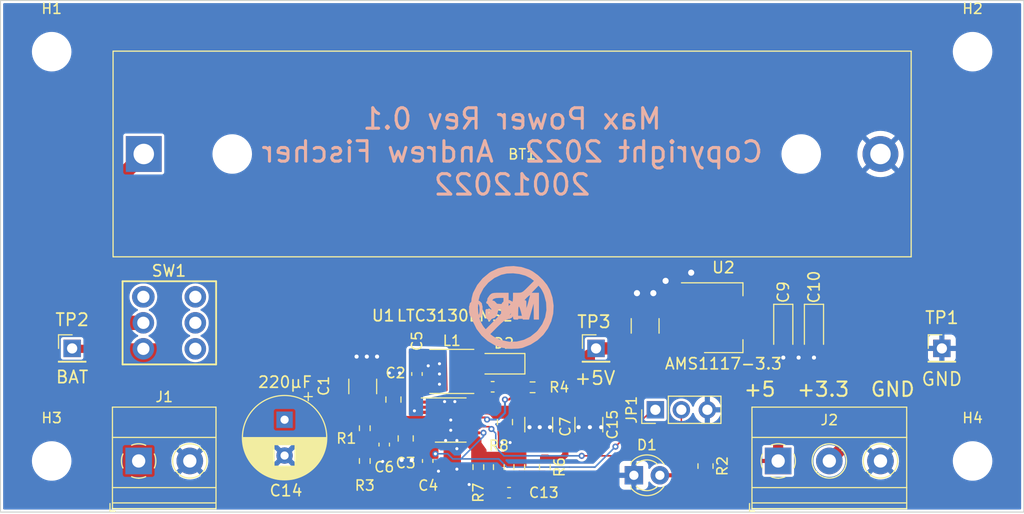
<source format=kicad_pcb>
(kicad_pcb (version 20211014) (generator pcbnew)
  (layers (0 "F.Cu" signal "Top") (31 "B.Cu" signal "Bottom") (34 "B.Paste" user) (35 "F.Paste" user) (36 "B.SilkS" user "B.Silkscreen") (37 "F.SilkS" user "F.Silkscreen") (38 "B.Mask" user) (39 "F.Mask" user) (44 "Edge.Cuts" user))
  (net 0 "")
  (net 1 "GND")
  (net 2 "Net-(BT1-Pad1)")
  (net 3 "+BATT")
  (net 4 "+5V")
  (net 5 "Net-(C5-Pad1)")
  (net 6 "+3V3")
  (net 7 "Vcc")
  (net 8 "Net-(C5-Pad2)")
  (net 9 "RUN")
  (net 10 "Net-(R4-Pad2)")
  (net 15 "Net-(D1-Pad2)")
  (net 16 "Net-(C11-Pad1)")
  (net 17 "Net-(C11-Pad2)")
  (net 18 "Net-(C13-Pad1)")
  (net 19 "Net-(C13-Pad2)")
  (net 20 "Mode")
  (net 21 "FB")
  (footprint "Package_TO_SOT_SMD:SOT-223-3_TabPin2" (layer "F.Cu") (at 170.65 131)
    (fp_text reference "U2" (at 0 -4.9) (layer "F.SilkS") (effects (font (size 1.1 1.1) (thickness 0.16))))
    (fp_text value "AMS1117-3.3" (at 0 4.5) (layer "F.SilkS") (effects (font (size 1.1 1.1) (thickness 0.16))))
    (pad "1" smd rect locked (at -3.15 -2.3) (size 2 1.5) (layers "F.Cu" "F.Paste" "F.Mask") (net 1 "GND"))
    (pad "2" smd rect locked (at -3.15 0) (size 2 1.5) (layers "F.Cu" "F.Paste" "F.Mask") (net 6 "+3V3"))
    (pad "2" smd rect locked (at 3.15 0) (size 2 3.8) (layers "F.Cu" "F.Paste" "F.Mask") (net 6 "+3V3"))
    (pad "3" smd rect locked (at -3.15 2.3) (size 2 1.5) (layers "F.Cu" "F.Paste" "F.Mask") (net 4 "+5V"))
  )
  (footprint "TerminalBlock_Phoenix:TerminalBlock_Phoenix_MKDS-1,5-2_1x02_P5.00mm_Horizontal" (layer "F.Cu") (at 113.5 145)
    (fp_text reference "J1" (at 2.5 -6.26) (layer "F.SilkS"))
    (fp_text value "Battery")
    (pad "1" thru_hole rect locked (at 0 0) (size 2.6 2.6) (drill 1.3) (layers *.Cu *.Mask) (net 3 "+BATT"))
    (pad "2" thru_hole circle locked (at 5 0) (size 2.6 2.6) (drill 1.3) (layers *.Cu *.Mask) (net 1 "GND"))
  )
  (footprint "Capacitor_SMD:C_0603_1608Metric" (layer "F.Cu") (at 149.7 148.1 180)
    (fp_text reference "C13" (at -3.4 0 180) (layer "F.SilkS"))
    (fp_text value "22pF")
    (pad "1" smd roundrect locked (at -0.775 0 180) (size 0.9 0.95) (layers "F.Cu" "F.Paste" "F.Mask") (net 18 "Net-(C13-Pad1)"))
    (pad "2" smd roundrect locked (at 0.775 0 180) (size 0.9 0.95) (layers "F.Cu" "F.Paste" "F.Mask") (net 19 "Net-(C13-Pad2)"))
  )
  (footprint "Capacitor_SMD:C_0805_2012Metric" (layer "F.Cu") (at 139.6 142.8 -90)
    (fp_text reference "C3" (at 2.4 0 180) (layer "F.SilkS"))
    (fp_text value "1µF")
    (pad "1" smd roundrect locked (at -0.95 0 270) (size 1 1.45) (layers "F.Cu" "F.Paste" "F.Mask") (net 3 "+BATT"))
    (pad "2" smd roundrect locked (at 0.95 0 270) (size 1 1.45) (layers "F.Cu" "F.Paste" "F.Mask") (net 1 "GND"))
  )
  (footprint "Capacitor_SMD:C_0603_1608Metric" (layer "F.Cu") (at 137.5 143.4 -90)
    (fp_text reference "C6" (at 2.2 0 180) (layer "F.SilkS"))
    (fp_text value "22pF")
    (pad "1" smd roundrect locked (at -0.775 0 270) (size 0.9 0.95) (layers "F.Cu" "F.Paste" "F.Mask") (net 9 "RUN"))
    (pad "2" smd roundrect locked (at 0.775 0 270) (size 0.9 0.95) (layers "F.Cu" "F.Paste" "F.Mask") (net 1 "GND"))
  )
  (footprint "Capacitor_SMD:C_0603_1608Metric" (layer "F.Cu") (at 140.7 136.5 -90)
    (fp_text reference "C5" (at -3.225 0 90) (layer "F.SilkS"))
    (fp_text value "100nF")
    (pad "1" smd roundrect locked (at -0.775 0 270) (size 0.9 0.95) (layers "F.Cu" "F.Paste" "F.Mask") (net 5 "Net-(C5-Pad1)"))
    (pad "2" smd roundrect locked (at 0.775 0 270) (size 0.9 0.95) (layers "F.Cu" "F.Paste" "F.Mask") (net 8 "Net-(C5-Pad2)"))
  )
  (footprint "Switch_Toggle:2MD1" (layer "F.Cu") (at 116.5 131.5)
    (fp_text reference "SW1" (at -0.039999 -5.08) (layer "F.SilkS") (effects (font (size 1.1 1.1) (thickness 0.16))))
    (fp_text value "SW_DPDT_x2")
    (pad "1" thru_hole oval (at -2.54 -2.54 270) (size 2.1 2.2) (drill 1.2) (layers *.Cu *.Mask))
    (pad "2" thru_hole circle (at -2.54 0 270) (size 2.1 2.1) (drill 1.2) (layers *.Cu *.Mask) (net 2 "Net-(BT1-Pad1)"))
    (pad "3" thru_hole circle (at -2.54 2.54 270) (size 2.1 2.1) (drill 1.2) (layers *.Cu *.Mask) (net 3 "+BATT"))
    (pad "4" thru_hole circle (at 2.54 2.54 270) (size 2.1 2.1) (drill 1.2) (layers *.Cu *.Mask))
    (pad "5" thru_hole circle (at 2.54 0 270) (size 2.1 2.1) (drill 1.2) (layers *.Cu *.Mask))
    (pad "6" thru_hole circle (at 2.54 -2.54 270) (size 2.1 2.1) (drill 1.2) (layers *.Cu *.Mask))
  )
  (footprint "Capacitor_Tantalum_SMD:CP_EIA-3216-18_Kemet-A" (layer "F.Cu") (at 176.5 132 -90)
    (fp_text reference "C9" (at -3.5 0 90) (layer "F.SilkS") (effects (font (size 1.1 1.1))))
    (fp_text value "10µF" hide)
    (pad "1" smd roundrect locked (at -1.35 0 270) (size 1.4 1.35) (layers "F.Cu" "F.Paste" "F.Mask") (roundrect_rratio 0.1851851852) (net 6 "+3V3"))
    (pad "2" smd roundrect locked (at 1.35 0 270) (size 1.4 1.35) (layers "F.Cu" "F.Paste" "F.Mask") (roundrect_rratio 0.1851851852) (net 1 "GND"))
  )
  (footprint "Capacitor_SMD:C_1210_3225Metric" (layer "F.Cu") (at 152.6 141.45 -90)
    (fp_text reference "C7" (at 0.2 -2.6 90) (layer "F.SilkS"))
    (fp_text value "22µF" hide)
    (pad "1" smd roundrect locked (at -1.475 0 270) (size 1.15 2.7) (layers "F.Cu" "F.Paste" "F.Mask") (roundrect_rratio 0.2173913043) (net 4 "+5V"))
    (pad "2" smd roundrect locked (at 1.475 0 270) (size 1.15 2.7) (layers "F.Cu" "F.Paste" "F.Mask") (roundrect_rratio 0.2173913043) (net 1 "GND"))
  )
  (footprint "Connector_PinHeader_2.54mm:PinHeader_1x01_P2.54mm_Vertical" (layer "F.Cu") (at 158.2 134)
    (fp_text reference "TP3" (at -0.2 -2.6) (layer "F.SilkS") (effects (font (size 1.2 1.2) (thickness 0.17))))
    (fp_text value "+5V" (at -0.1 2.9) (layer "F.SilkS") (effects (font (size 1.3 1.3) (thickness 0.17))))
    (pad "1" thru_hole rect locked (at 0 0) (size 1.7 1.7) (drill 1) (layers *.Cu *.Mask) (net 4 "+5V"))
  )
  (footprint "Resistor_SMD:R_0603_1608Metric" (layer "F.Cu") (at 146.7 145.6 -90)
    (fp_text reference "R7" (at 2.5 0 -90) (layer "F.SilkS"))
    (fp_text value "255K" hide)
    (pad "1" smd roundrect locked (at -0.825 0 270) (size 0.8 0.95) (layers "F.Cu" "F.Paste" "F.Mask") (net 21 "FB"))
    (pad "2" smd roundrect locked (at 0.825 0 270) (size 0.8 0.95) (layers "F.Cu" "F.Paste" "F.Mask") (net 1 "GND"))
  )
  (footprint "Capacitor_SMD:C_0805_2012Metric" (layer "F.Cu") (at 149.3 141.2 -90)
    (fp_text reference "C12" hide)
    (fp_text value "1µF" hide)
    (pad "1" smd roundrect locked (at -0.95 0 270) (size 1 1.45) (layers "F.Cu" "F.Paste" "F.Mask") (net 4 "+5V"))
    (pad "2" smd roundrect locked (at 0.95 0 270) (size 1 1.45) (layers "F.Cu" "F.Paste" "F.Mask") (net 1 "GND"))
  )
  (footprint "Capacitor_Tantalum_SMD:CP_EIA-3216-18_Kemet-A" (layer "F.Cu") (at 179.5 132 -90)
    (fp_text reference "C10" (at -4 0 90) (layer "F.SilkS") (effects (font (size 1.1 1.1) (thickness 0.16))))
    (fp_text value "10µF" hide)
    (pad "1" smd roundrect locked (at -1.35 0 270) (size 1.4 1.35) (layers "F.Cu" "F.Paste" "F.Mask") (roundrect_rratio 0.1851851852) (net 6 "+3V3"))
    (pad "2" smd roundrect locked (at 1.35 0 270) (size 1.4 1.35) (layers "F.Cu" "F.Paste" "F.Mask") (roundrect_rratio 0.1851851852) (net 1 "GND"))
  )
  (footprint "MountingHole:MountingHole_3.2mm_M3" (layer "F.Cu") (at 195 105)
    (fp_text reference "H2" (at 0 -4.2) (layer "F.SilkS"))
    (fp_text value "M3")
    (pad "" np_thru_hole circle locked (at 0 0) (size 3.2 3.2) (drill 3.2) (layers *.Cu *.Mask))
  )
  (footprint "MountingHole:MountingHole_3.2mm_M3" (layer "F.Cu") (at 105 105)
    (fp_text reference "H1" (at 0 -4.2) (layer "F.SilkS"))
    (fp_text value "M3")
    (pad "" np_thru_hole circle locked (at 0 0) (size 3.2 3.2) (drill 3.2) (layers *.Cu *.Mask))
  )
  (footprint "Capacitor_SMD:C_0603_1608Metric" (layer "F.Cu") (at 141.75 145 -90)
    (fp_text reference "C4" (at 2.4 -0.05 180) (layer "F.SilkS"))
    (fp_text value "4.7µF" hide)
    (pad "1" smd roundrect locked (at -0.775 0 270) (size 0.9 0.95) (layers "F.Cu" "F.Paste" "F.Mask") (net 7 "Vcc"))
    (pad "2" smd roundrect locked (at 0.775 0 270) (size 0.9 0.95) (layers "F.Cu" "F.Paste" "F.Mask") (net 1 "GND"))
  )
  (footprint "Capacitor_THT:CP_Radial_D8.0mm_P3.50mm" (layer "F.Cu") (at 127.762 140.97 -90)
    (fp_text reference "C14" (at 6.93 -0.138 180) (layer "F.SilkS") (effects (font (size 1.1 1.1) (thickness 0.16))))
    (fp_text value "220µF" (at -3.67 -0.038 180) (layer "F.SilkS") (effects (font (size 1.1 1.1) (thickness 0.16))))
    (pad "1" thru_hole rect locked (at 0 0 270) (size 1.6 1.6) (drill 0.8) (layers *.Cu *.Mask) (net 3 "+BATT"))
    (pad "2" thru_hole circle locked (at 3.5 0 270) (size 1.6 1.6) (drill 0.8) (layers *.Cu *.Mask) (net 1 "GND"))
  )
  (footprint "Resistor_SMD:R_0603_1608Metric" (layer "F.Cu") (at 150.7 145.6 90)
    (fp_text reference "R5" hide)
    (fp_text value "1.02M" hide)
    (pad "1" smd roundrect locked (at -0.825 0 90) (size 0.8 0.95) (layers "F.Cu" "F.Paste" "F.Mask") (net 18 "Net-(C13-Pad1)"))
    (pad "2" smd roundrect locked (at 0.825 0 90) (size 0.8 0.95) (layers "F.Cu" "F.Paste" "F.Mask") (net 21 "FB"))
  )
  (footprint "Battery:BatteryHolder_MPD_BH-18650-PC2" (layer "F.Cu") (at 114 115)
    (fp_text reference "BT1" (at 36.97 0.03) (layer "F.SilkS"))
    (fp_text value "Battery_Cell")
    (pad "" np_thru_hole circle locked (at 64.255 0) (size 3.2 3.2) (drill 3.2) (layers *.Cu *.Mask))
    (pad "" np_thru_hole circle locked (at 8.645 0) (size 3.2 3.2) (drill 3.2) (layers *.Cu *.Mask))
    (pad "1" thru_hole rect locked (at 0 0) (size 3.5 3.5) (drill 2) (layers *.Cu *.Mask) (net 2 "Net-(BT1-Pad1)"))
    (pad "2" thru_hole circle locked (at 72 0) (size 3.5 3.5) (drill 2) (layers *.Cu *.Mask) (net 1 "GND"))
  )
  (footprint "Package_SO:MSOP-16-1EP_3x4.039mm_P0.5mm_EP1.651x2.845mm" (layer "F.Cu") (at 144 141)
    (fp_text reference "U1" (at -6.6 -10.2) (layer "F.SilkS") (effects (font (size 1.1 1.1) (thickness 0.17))))
    (fp_text value "LTC3130EMSE" (at 0.4 -10.2) (layer "F.SilkS") (effects (font (size 1.1 1.1) (thickness 0.17))))
    (pad "1" smd roundrect locked (at -2.15 -1.75) (size 1.45 0.3) (layers "F.Cu" "F.Paste" "F.Mask") (net 1 "GND"))
    (pad "2" smd roundrect locked (at -2.15 -1.25) (size 1.45 0.3) (layers "F.Cu" "F.Paste" "F.Mask") (net 8 "Net-(C5-Pad2)"))
    (pad "3" smd roundrect locked (at -2.15 -0.75) (size 1.45 0.3) (layers "F.Cu" "F.Paste" "F.Mask") (net 5 "Net-(C5-Pad1)"))
    (pad "4" smd roundrect locked (at -2.15 -0.25) (size 1.45 0.3) (layers "F.Cu" "F.Paste" "F.Mask") (net 3 "+BATT"))
    (pad "5" smd roundrect locked (at -2.15 0.25) (size 1.45 0.3) (layers "F.Cu" "F.Paste" "F.Mask") (net 3 "+BATT"))
    (pad "6" smd roundrect locked (at -2.15 0.75) (size 1.45 0.3) (layers "F.Cu" "F.Paste" "F.Mask") (net 9 "RUN"))
    (pad "7" smd roundrect locked (at -2.15 1.25) (size 1.45 0.3) (layers "F.Cu" "F.Paste" "F.Mask") (net 7 "Vcc"))
    (pad "8" smd roundrect locked (at -2.15 1.75) (size 1.45 0.3) (layers "F.Cu" "F.Paste" "F.Mask") (net 7 "Vcc"))
    (pad "9" smd roundrect locked (at 2.15 1.75) (size 1.45 0.3) (layers "F.Cu" "F.Paste" "F.Mask") (net 21 "FB"))
    (pad "10" smd roundrect locked (at 2.15 1.25) (size 1.45 0.3) (layers "F.Cu" "F.Paste" "F.Mask") (net 7 "Vcc"))
    (pad "11" smd roundrect locked (at 2.15 0.75) (size 1.45 0.3) (layers "F.Cu" "F.Paste" "F.Mask") (net 20 "Mode"))
    (pad "12" smd roundrect locked (at 2.15 0.25) (size 1.45 0.3) (layers "F.Cu" "F.Paste" "F.Mask") (net 1 "GND"))
    (pad "13" smd roundrect locked (at 2.15 -0.25) (size 1.45 0.3) (layers "F.Cu" "F.Paste" "F.Mask") (net 10 "Net-(R4-Pad2)"))
    (pad "14" smd roundrect locked (at 2.15 -0.75) (size 1.45 0.3) (layers "F.Cu" "F.Paste" "F.Mask") (net 4 "+5V"))
    (pad "15" smd roundrect locked (at 2.15 -1.25) (size 1.45 0.3) (layers "F.Cu" "F.Paste" "F.Mask") (net 17 "Net-(C11-Pad2)"))
    (pad "16" smd roundrect locked (at 2.15 -1.75) (size 1.45 0.3) (layers "F.Cu" "F.Paste" "F.Mask") (net 16 "Net-(C11-Pad1)"))
    (pad "17" smd rect locked (at 0 0) (size 1.651 2.845) (layers "F.Cu" "F.Mask") (net 1 "GND"))
  )
  (footprint "Connector_PinHeader_2.54mm:PinHeader_1x03_P2.54mm_Vertical" (layer "F.Cu") (at 164 140 90)
    (fp_text reference "JP1" (at 0 -2.33 90) (layer "F.SilkS"))
    (fp_text value "MODE")
    (pad "1" thru_hole rect locked (at 0 0 90) (size 1.7 1.7) (drill 1) (layers *.Cu *.Mask) (net 7 "Vcc"))
    (pad "2" thru_hole oval locked (at 0 2.54 90) (size 1.7 1.7) (drill 1) (layers *.Cu *.Mask) (net 20 "Mode"))
    (pad "3" thru_hole oval locked (at 0 5.08 90) (size 1.7 1.7) (drill 1) (layers *.Cu *.Mask) (net 1 "GND"))
  )
  (footprint "LED_THT:LED_D3.0mm" (layer "F.Cu") (at 161.9 146.4)
    (fp_text reference "D1" (at 1.27 -2.96) (layer "F.SilkS"))
    (fp_text value "LED")
    (pad "1" thru_hole rect locked (at 0 0) (size 1.8 1.8) (drill 0.9) (layers *.Cu *.Mask) (net 1 "GND"))
    (pad "2" thru_hole circle locked (at 2.54 0) (size 1.8 1.8) (drill 0.9) (layers *.Cu *.Mask) (net 15 "Net-(D1-Pad2)"))
  )
  (footprint "Resistor_SMD:R_0805_2012Metric" (layer "F.Cu") (at 168.9 145.5 -90)
    (fp_text reference "R2" (at 0 -1.65 90) (layer "F.SilkS"))
    (fp_text value "330")
    (pad "1" smd roundrect locked (at -0.9125 0 270) (size 1.025 1.4) (layers "F.Cu" "F.Paste" "F.Mask") (roundrect_rratio 0.243902439) (net 4 "+5V"))
    (pad "2" smd roundrect locked (at 0.9125 0 270) (size 1.025 1.4) (layers "F.Cu" "F.Paste" "F.Mask") (roundrect_rratio 0.243902439) (net 15 "Net-(D1-Pad2)"))
  )
  (footprint "Capacitor_SMD:C_0805_2012Metric" (layer "F.Cu") (at 138.4 139 90)
    (fp_text reference "C2" (at 2.6 0.2) (layer "F.SilkS"))
    (fp_text value "1µF" hide)
    (pad "1" smd roundrect locked (at -0.95 0 90) (size 1 1.45) (layers "F.Cu" "F.Paste" "F.Mask") (net 3 "+BATT"))
    (pad "2" smd roundrect locked (at 0.95 0 90) (size 1 1.45) (layers "F.Cu" "F.Paste" "F.Mask") (net 1 "GND"))
  )
  (footprint "Capacitor_SMD:C_1210_3225Metric" (layer "F.Cu") (at 157.5 141.45 -90)
    (fp_text reference "C15" (at 0 -2.3 90) (layer "F.SilkS"))
    (fp_text value "22µF" hide)
    (pad "1" smd roundrect locked (at -1.475 0 270) (size 1.15 2.7) (layers "F.Cu" "F.Paste" "F.Mask") (roundrect_rratio 0.2173913043) (net 4 "+5V"))
    (pad "2" smd roundrect locked (at 1.475 0 270) (size 1.15 2.7) (layers "F.Cu" "F.Paste" "F.Mask") (roundrect_rratio 0.2173913043) (net 1 "GND"))
  )
  (footprint "Capacitor_SMD:C_1210_3225Metric" (layer "F.Cu") (at 135.4 137.717 90)
    (fp_text reference "C1" (at 0.049 -3.81 90) (layer "F.SilkS"))
    (fp_text value "22µF")
    (pad "1" smd roundrect locked (at -1.475 0 90) (size 1.15 2.7) (layers "F.Cu" "F.Paste" "F.Mask") (roundrect_rratio 0.2173913043) (net 3 "+BATT"))
    (pad "2" smd roundrect locked (at 1.475 0 90) (size 1.15 2.7) (layers "F.Cu" "F.Paste" "F.Mask") (roundrect_rratio 0.2173913043) (net 1 "GND"))
  )
  (footprint "Diode_SMD:D_SOD-123" (layer "F.Cu") (at 149 135.5 180)
    (fp_text reference "D2" (at -0.2 2) (layer "F.SilkS"))
    (fp_text value "Optional")
    (pad "1" smd rect locked (at -1.65 0 180) (size 0.9 1.2) (layers "F.Cu" "F.Paste" "F.Mask") (net 4 "+5V"))
    (pad "2" smd rect locked (at 1.65 0 180) (size 0.9 1.2) (layers "F.Cu" "F.Paste" "F.Mask") (net 16 "Net-(C11-Pad1)"))
  )
  (footprint "Capacitor_SMD:C_1210_3225Metric" (layer "F.Cu") (at 163 131.8 90)
    (fp_text reference "C8" hide)
    (fp_text value "22µF" hide)
    (pad "1" smd roundrect locked (at -1.475 0 90) (size 1.15 2.7) (layers "F.Cu" "F.Paste" "F.Mask") (roundrect_rratio 0.2173913043) (net 4 "+5V"))
    (pad "2" smd roundrect locked (at 1.475 0 90) (size 1.15 2.7) (layers "F.Cu" "F.Paste" "F.Mask") (roundrect_rratio 0.2173913043) (net 1 "GND"))
  )
  (footprint "Resistor_SMD:R_0603_1608Metric" (layer "F.Cu") (at 153.2 145.6 -90)
    (fp_text reference "R6" (at 0 -1.43 -90) (layer "F.SilkS"))
    (fp_text value "49.9" hide)
    (pad "1" smd roundrect locked (at -0.825 0 270) (size 0.8 0.95) (layers "F.Cu" "F.Paste" "F.Mask") (net 4 "+5V"))
    (pad "2" smd roundrect locked (at 0.825 0 270) (size 0.8 0.95) (layers "F.Cu" "F.Paste" "F.Mask") (net 18 "Net-(C13-Pad1)"))
  )
  (footprint "MountingHole:MountingHole_3.2mm_M3" (layer "F.Cu") (at 195 145)
    (fp_text reference "H4" (at 0 -4.2) (layer "F.SilkS"))
    (fp_text value "M3")
    (pad "" np_thru_hole circle locked (at 0 0) (size 3.2 3.2) (drill 3.2) (layers *.Cu *.Mask))
  )
  (footprint "Inductor_SMD:L_Coilcraft_XxL4030" (layer "F.Cu") (at 144.1 136.25)
    (fp_text reference "L1" (at 0 -3) (layer "F.SilkS"))
    (fp_text value "10µH" hide)
    (pad "1" smd rect locked (at -1.185 0) (size 0.98 3.4) (layers "F.Cu" "F.Paste" "F.Mask") (net 5 "Net-(C5-Pad1)"))
    (pad "2" smd rect locked (at 1.185 0) (size 0.98 3.4) (layers "F.Cu" "F.Paste" "F.Mask") (net 16 "Net-(C11-Pad1)"))
  )
  (footprint "MountingHole:MountingHole_3.2mm_M3" (layer "F.Cu") (at 105 145)
    (fp_text reference "H3" (at 0 -4.2) (layer "F.SilkS"))
    (fp_text value "M3")
    (pad "" np_thru_hole circle locked (at 0 0) (size 3.2 3.2) (drill 3.2) (layers *.Cu *.Mask))
  )
  (footprint "Connector_PinHeader_2.54mm:PinHeader_1x01_P2.54mm_Vertical" (layer "F.Cu") (at 107 134)
    (fp_text reference "TP2" (at 0 -2.8) (layer "F.SilkS") (effects (font (size 1.2 1.2) (thickness 0.17))))
    (fp_text value "BAT" (at 0 2.8) (layer "F.SilkS") (effects (font (size 1.2 1.2) (thickness 0.17))))
    (pad "1" thru_hole rect locked (at 0 0) (size 1.7 1.7) (drill 1) (layers *.Cu *.Mask) (net 3 "+BATT"))
  )
  (footprint "Resistor_SMD:R_0603_1608Metric" (layer "F.Cu") (at 135.6 145 -90)
    (fp_text reference "R3" (at 2.4 0) (layer "F.SilkS"))
    (fp_text value "536K" hide)
    (pad "1" smd roundrect locked (at -0.825 0 270) (size 0.8 0.95) (layers "F.Cu" "F.Paste" "F.Mask") (net 9 "RUN"))
    (pad "2" smd roundrect locked (at 0.825 0 270) (size 0.8 0.95) (layers "F.Cu" "F.Paste" "F.Mask") (net 1 "GND"))
  )
  (footprint "Resistor_SMD:R_0603_1608Metric" (layer "F.Cu") (at 148.7 145.6 90)
    (fp_text reference "R8" (at 2.1 0 180) (layer "F.SilkS"))
    (fp_text value "75K" hide)
    (pad "1" smd roundrect locked (at -0.825 0 90) (size 0.8 0.95) (layers "F.Cu" "F.Paste" "F.Mask") (net 19 "Net-(C13-Pad2)"))
    (pad "2" smd roundrect locked (at 0.825 0 90) (size 0.8 0.95) (layers "F.Cu" "F.Paste" "F.Mask") (net 21 "FB"))
  )
  (footprint "Resistor_SMD:R_0603_1608Metric" (layer "F.Cu") (at 152 137.8 180)
    (fp_text reference "R4" (at -2.6 0) (layer "F.SilkS"))
    (fp_text value "1.02M" hide)
    (pad "1" smd roundrect locked (at -0.825 0 180) (size 0.8 0.95) (layers "F.Cu" "F.Paste" "F.Mask") (net 4 "+5V"))
    (pad "2" smd roundrect locked (at 0.825 0 180) (size 0.8 0.95) (layers "F.Cu" "F.Paste" "F.Mask") (net 10 "Net-(R4-Pad2)"))
  )
  (footprint "TerminalBlock_Phoenix:TerminalBlock_Phoenix_MKDS-1,5-3_1x03_P5.00mm_Horizontal" (layer "F.Cu") (at 176 145)
    (fp_text reference "J2" (at 5 -4) (layer "F.SilkS"))
    (fp_text value "+5  +3.3  GND" (at 5 -7) (layer "F.SilkS") (effects (font (size 1.4 1.4) (thickness 0.2))))
    (pad "1" thru_hole rect locked (at 0 0) (size 2.6 2.6) (drill 1.3) (layers *.Cu *.Mask) (net 4 "+5V"))
    (pad "2" thru_hole circle locked (at 5 0) (size 2.6 2.6) (drill 1.3) (layers *.Cu *.Mask) (net 6 "+3V3"))
    (pad "3" thru_hole circle locked (at 10 0) (size 2.6 2.6) (drill 1.3) (layers *.Cu *.Mask) (net 1 "GND"))
  )
  (footprint "Capacitor_SMD:C_0603_1608Metric" (layer "F.Cu") (at 148.1 137.75)
    (fp_text reference "C11" hide)
    (fp_text value "100nF" hide)
    (pad "1" smd roundrect locked (at -0.775 0) (size 0.9 0.95) (layers "F.Cu" "F.Paste" "F.Mask") (net 16 "Net-(C11-Pad1)"))
    (pad "2" smd roundrect locked (at 0.775 0) (size 0.9 0.95) (layers "F.Cu" "F.Paste" "F.Mask") (net 17 "Net-(C11-Pad2)"))
  )
  (footprint "Connector_PinHeader_2.54mm:PinHeader_1x01_P2.54mm_Vertical" (layer "F.Cu") (at 192 134)
    (fp_text reference "TP1" (at 0 -3) (layer "F.SilkS") (effects (font (size 1.2 1.2) (thickness 0.17))))
    (fp_text value "GND" (at 0 3) (layer "F.SilkS") (effects (font (size 1.3 1.3) (thickness 0.17))))
    (pad "1" thru_hole rect locked (at 0 0) (size 1.7 1.7) (drill 1) (layers *.Cu *.Mask) (net 1 "GND"))
  )
  (footprint "Resistor_SMD:R_0603_1608Metric" (layer "F.Cu") (at 135.6 141.8 -90)
    (fp_text reference "R1" (at 1 1.8) (layer "F.SilkS"))
    (fp_text value "1.02M" hide)
    (pad "1" smd roundrect locked (at -0.825 0 270) (size 0.8 0.95) (layers "F.Cu" "F.Paste" "F.Mask") (net 3 "+BATT"))
    (pad "2" smd roundrect locked (at 0.825 0 270) (size 0.8 0.95) (layers "F.Cu" "F.Paste" "F.Mask") (net 9 "RUN"))
  )
  (footprint "MRSafety:MR_Unsafe" (layer "B.Cu") (at 150 130 180)
    (fp_text reference "G***" hide)
    (fp_text value "LOGO" (at 1.37 -0.27) (layer "B.SilkS") (effects (font (size 1.524 1.524) (thickness 0.3)) (justify mirror)))
  )
  (gr_rect (start 200 150) (end 100 100) (layer "Edge.Cuts") (width 0.1) (fill none))
  (gr_text "Max Power Rev 0.1\nCopyright 2022  Andrew Fischer\n20012022\n\n" (at 150 116.4) (layer "B.SilkS") (effects (font (size 2 2) (thickness 0.3)) (justify mirror)))
  (segment (start 146.7 146.425) (end 146.675 146.425) (width 0.8) (layer "F.Cu") (net 1))
  (segment (start 143.35192 139.24808) (end 141.85 139.24808) (width 0.3) (layer "F.Cu") (net 1))
  (segment (start 136.575 145.825) (end 137.35 145.05) (width 0.8) (layer "F.Cu") (net 1))
  (segment (start 135.6 145.825) (end 136.575 145.825) (width 0.8) (layer "F.Cu") (net 1))
  (segment (start 144.25 141.25) (end 144 141) (width 0.15) (layer "F.Cu") (net 1))
  (segment (start 146.15 141.25) (end 144.25 141.25) (width 0.15) (layer "F.Cu") (net 1))
  (segment (start 137.5 144.9) (end 137.5 144.175) (width 0.8) (layer "F.Cu") (net 1))
  (segment (start 143.4 139.2) (end 143.35192 139.24808) (width 0.4) (layer "F.Cu") (net 1))
  (segment (start 146.675 146.425) (end 145.8 147.3) (width 0.8) (layer "F.Cu") (net 1))
  (segment (start 137.35 145.05) (end 137.5 144.9) (width 0.8) (layer "F.Cu") (net 1))
  (via (at 179.5 134.9) (size 0.8) (drill 0.4) (layers "F.Cu" "B.Cu") (net 1))
  (via (at 144.6 145.8) (size 0.6) (drill 0.3) (layers "F.Cu" "B.Cu") (net 1))
  (via (at 137.35 145.05) (size 0.6) (drill 0.3) (layers "F.Cu" "B.Cu") (net 1))
  (via (at 134.8 134.8) (size 0.8) (drill 0.4) (layers "F.Cu" "B.Cu") (net 1))
  (via (at 139 136.4) (size 0.6) (drill 0.3) (layers "F.Cu" "B.Cu") (net 1))
  (via (at 139.2 144.9) (size 0.8) (drill 0.4) (layers "F.Cu" "B.Cu") (net 1))
  (via (at 144.6 143) (size 0.6) (drill 0.3) (layers "F.Cu" "B.Cu") (net 1))
  (via (at 144 141) (size 0.6) (drill 0.3) (layers "F.Cu" "B.Cu") (net 1))
  (via (at 162.2 128.6) (size 1) (drill 0.6) (layers "F.Cu" "B.Cu") (net 1))
  (via (at 144 142) (size 0.6) (drill 0.3) (layers "F.Cu" "B.Cu") (net 1))
  (via (at 167.5 126.6) (size 1) (drill 0.6) (layers "F.Cu" "B.Cu") (net 1))
  (via (at 156.5 141.7) (size 0.8) (drill 0.4) (layers "F.Cu" "B.Cu") (net 1))
  (via (at 178 134.9) (size 0.8) (drill 0.4) (layers "F.Cu" "B.Cu") (net 1))
  (via (at 151.7 141.7) (size 0.8) (drill 0.4) (layers "F.Cu" "B.Cu") (net 1))
  (via (at 165 127.4) (size 1) (drill 0.6) (layers "F.Cu" "B.Cu") (net 1))
  (via (at 144.4 139.2) (size 0.6) (drill 0.3) (layers "F.Cu" "B.Cu") (net 1))
  (via (at 140.2 144.9) (size 0.8) (drill 0.4) (layers "F.Cu" "B.Cu") (net 1))
  (via (at 143.5 143) (size 0.6) (drill 0.3) (layers "F.Cu" "B.Cu") (net 1))
  (via (at 149.8 143.2) (size 0.6) (drill 0.3) (layers "F.Cu" "B.Cu") (net 1))
  (via (at 135.8 134.8) (size 0.8) (drill 0.4) (layers "F.Cu" "B.Cu") (net 1))
  (via (at 145.8 147.3) (size 0.6) (drill 0.3) (layers "F.Cu" "B.Cu") (net 1))
  (via (at 153.7 141.7) (size 0.8) (drill 0.4) (layers "F.Cu" "B.Cu") (net 1))
  (via (at 149 143.2) (size 0.6) (drill 0.3) (layers "F.Cu" "B.Cu") (net 1))
  (via (at 152.7 141.7) (size 0.8) (drill 0.4) (layers "F.Cu" "B.Cu") (net 1))
  (via (at 144.6 143.8) (size 0.6) (drill 0.3) (layers "F.Cu" "B.Cu") (net 1))
  (via (at 158.7 141.7) (size 0.8) (drill 0.4) (layers "F.Cu" "B.Cu") (net 1))
  (via (at 157.6 141.7) (size 0.8) (drill 0.4) (layers "F.Cu" "B.Cu") (net 1))
  (via (at 142.8 146) (size 0.6) (drill 0.3) (layers "F.Cu" "B.Cu") (net 1))
  (via (at 136.8 134.8) (size 0.8) (drill 0.4) (layers "F.Cu" "B.Cu") (net 1))
  (via (at 176.5 134.9) (size 0.8) (drill 0.4) (layers "F.Cu" "B.Cu") (net 1))
  (via (at 163.8 128.6) (size 1) (drill 0.6) (layers "F.Cu" "B.Cu") (net 1))
  (via (at 138 136.4) (size 0.6) (drill 0.3) (layers "F.Cu" "B.Cu") (net 1))
  (via (at 143.4 139.2) (size 0.6) (drill 0.3) (layers "F.Cu" "B.Cu") (net 1))
  (segment (start 112.5 131.5) (end 111 130) (width 1.4) (layer "F.Cu") (net 2))
  (segment (start 113.96 131.5) (end 112.5 131.5) (width 1.4) (layer "F.Cu") (net 2))
  (segment (start 111 130) (end 111 118) (width 1.4) (layer "F.Cu") (net 2))
  (segment (start 111 118) (end 114 115) (width 1.4) (layer "F.Cu") (net 2))
  (segment (start 140.2 141.25) (end 139.6 141.85) (width 0.3) (layer "F.Cu") (net 3))
  (segment (start 113.96 134.04) (end 107.04 134.04) (width 0.8) (layer "F.Cu") (net 3))
  (segment (start 139.2 140.75) (end 138.4 139.95) (width 0.3) (layer "F.Cu") (net 3))
  (segment (start 107.04 134.04) (end 107 134) (width 0.8) (layer "F.Cu") (net 3))
  (segment (start 141.85 141.25) (end 140.2 141.25) (width 0.3) (layer "F.Cu") (net 3))
  (segment (start 141.85 140.75) (end 139.2 140.75) (width 0.3) (layer "F.Cu") (net 3))
  (segment (start 157.5 134.7) (end 158.2 134) (width 0.8) (layer "F.Cu") (net 4))
  (segment (start 152.825 137.8) (end 152.825 135.925) (width 0.8) (layer "F.Cu") (net 4))
  (segment (start 159.6 134) (end 160.325 133.275) (width 1.2) (layer "F.Cu") (net 4))
  (segment (start 154.675 139.975) (end 152.6 139.975) (width 0.6) (layer "F.Cu") (net 4))
  (segment (start 167.5 133.3) (end 169.7 133.3) (width 1) (layer "F.Cu") (net 4))
  (segment (start 173.1125 144.5875) (end 173.525 145) (width 0.4) (layer "F.Cu") (net 4))
  (segment (start 155.2 144.4) (end 155.2 140.5) (width 0.6) (layer "F.Cu") (net 4))
  (segment (start 160.325 133.275) (end 163 133.275) (width 1.2) (layer "F.Cu") (net 4))
  (segment (start 158.2 134) (end 159.6 134) (width 1.2) (layer "F.Cu") (net 4))
  (segment (start 154.825 144.775) (end 155.2 144.4) (width 0.6) (layer "F.Cu") (net 4))
  (segment (start 163 133.275) (end 167.475 133.275) (width 1.2) (layer "F.Cu") (net 4))
  (segment (start 152.825 135.925) (end 152.4 135.5) (width 0.8) (layer "F.Cu") (net 4))
  (segment (start 152.4 135.5) (end 150.65 135.5) (width 0.8) (layer "F.Cu") (net 4))
  (segment (start 157.5 139.975) (end 157.5 134.7) (width 1.2) (layer "F.Cu") (net 4))
  (segment (start 176 139.6) (end 176 145) (width 1) (layer "F.Cu") (net 4))
  (segment (start 155.2 140.5) (end 154.675 139.975) (width 0.6) (layer "F.Cu") (net 4))
  (segment (start 152.825 137.8) (end 152.825 139.75) (width 0.8) (layer "F.Cu") (net 4))
  (segment (start 153.2 144.775) (end 154.825 144.775) (width 0.6) (layer "F.Cu") (net 4))
  (segment (start 167.475 133.275) (end 167.5 133.3) (width 0.8) (layer "F.Cu") (net 4))
  (segment (start 168.9 144.5875) (end 173.1125 144.5875) (width 0.4) (layer "F.Cu") (net 4))
  (segment (start 152.825 139.75) (end 152.6 139.975) (width 0.8) (layer "F.Cu") (net 4))
  (segment (start 169.7 133.3) (end 176 139.6) (width 1) (layer "F.Cu") (net 4))
  (segment (start 173.525 145) (end 176 145) (width 0.4) (layer "F.Cu") (net 4))
  (segment (start 140.7 135.725) (end 142.675 135.725) (width 1) (layer "F.Cu") (net 5))
  (segment (start 141.85 140.25) (end 140.6 140.25) (width 0.3) (layer "F.Cu") (net 5))
  (segment (start 142.675 135.725) (end 142.9 135.5) (width 1) (layer "F.Cu") (net 5))
  (segment (start 140.6 140.25) (end 140.45 140.1) (width 0.3) (layer "F.Cu") (net 5))
  (via (at 142.9 135.5) (size 0.6) (drill 0.3) (layers "F.Cu" "B.Cu") (net 5))
  (via (at 142.9 137.5) (size 0.6) (drill 0.3) (layers "F.Cu" "B.Cu") (net 5))
  (via (at 142.9 136.5) (size 0.6) (drill 0.3) (layers "F.Cu" "B.Cu") (net 5))
  (via (at 140.45 140.1) (size 0.6) (drill 0.3) (layers "F.Cu" "B.Cu") (net 5))
  (via (at 141.8 135.7) (size 0.6) (drill 0.3) (layers "F.Cu" "B.Cu") (net 5))
  (segment (start 183.8 142.2) (end 183.8 132.4) (width 1.2) (layer "F.Cu") (net 6))
  (segment (start 182.05 130.65) (end 179.5 130.65) (width 1.2) (layer "F.Cu") (net 6))
  (segment (start 183.8 132.4) (end 182.05 130.65) (width 1.2) (layer "F.Cu") (net 6))
  (segment (start 181 145) (end 183.8 142.2) (width 1.2) (layer "F.Cu") (net 6))
  (segment (start 141.75 144.225) (end 142.425 144.225) (width 0.1524) (layer "F.Cu") (net 7))
  (segment (start 147.2 142.25) (end 146.15 142.25) (width 0.1524) (layer "F.Cu") (net 7))
  (segment (start 142.425 144.225) (end 142.5 144.3) (width 0.1524) (layer "F.Cu") (net 7))
  (segment (start 160.1 143.6) (end 163.7 140) (width 0.1524) (layer "F.Cu") (net 7))
  (segment (start 163.7 140) (end 164 140) (width 0.1524) (layer "F.Cu") (net 7))
  (via (at 147.2 142.25) (size 0.6) (drill 0.3) (layers "F.Cu" "B.Cu") (net 7))
  (via (at 160.1 143.6) (size 0.6) (drill 0.3) (layers "F.Cu" "B.Cu") (net 7))
  (via (at 142.5 144.3) (size 0.6) (drill 0.3) (layers "F.Cu" "B.Cu") (net 7))
  (segment (start 143.7 144.3) (end 144.2 144.8) (width 0.1524) (layer "B.Cu") (net 7))
  (segment (start 147.2 142.6) (end 147.2 142.25) (width 0.1524) (layer "B.Cu") (net 7))
  (segment (start 143.2 144.3) (end 143.7 144.3) (width 0.1524) (layer "B.Cu") (net 7))
  (segment (start 144.2 144.8) (end 145 144.8) (width 0.1524) (layer "B.Cu") (net 7))
  (segment (start 149 145.1) (end 149.5 145.6) (width 0.1524) (layer "B.Cu") (net 7))
  (segment (start 155.6 145.6) (end 158 145.6) (width 0.1524) (layer "B.Cu") (net 7))
  (segment (start 145 144.8) (end 147.2 142.6) (width 0.1524) (layer "B.Cu") (net 7))
  (segment (start 145 144.8) (end 148.6 144.8) (width 0.1524) (layer "B.Cu") (net 7))
  (segment (start 158.1 145.6) (end 160.1 143.6) (width 0.1524) (layer "B.Cu") (net 7))
  (segment (start 158 145.6) (end 158.1 145.6) (width 0.1524) (layer "B.Cu") (net 7))
  (segment (start 148.6 144.8) (end 148.7 144.8) (width 0.1524) (layer "B.Cu") (net 7))
  (segment (start 148.7 144.8) (end 148.9 145) (width 0.1524) (layer "B.Cu") (net 7))
  (segment (start 148.9 145) (end 149 145.1) (width 0.1524) (layer "B.Cu") (net 7))
  (segment (start 142.5 144.3) (end 143.2 144.3) (width 0.1524) (layer "B.Cu") (net 7))
  (segment (start 149.5 145.6) (end 155.6 145.6) (width 0.1524) (layer "B.Cu") (net 7))
  (segment (start 140.95 139.75) (end 140.7 139.5) (width 0.2) (layer "F.Cu") (net 8))
  (segment (start 140.7 139.5) (end 140.7 137.275) (width 0.2) (layer "F.Cu") (net 8))
  (segment (start 141.85 139.75) (end 140.95 139.75) (width 0.2) (layer "F.Cu") (net 8))
  (segment (start 140.95 141.75) (end 140.7 142) (width 0.15) (layer "F.Cu") (net 9))
  (segment (start 140.7 142.5) (end 140.45 142.75) (width 0.15) (layer "F.Cu") (net 9))
  (segment (start 140.7 142) (end 140.7 142.5) (width 0.15) (layer "F.Cu") (net 9))
  (segment (start 141.85 141.75) (end 140.95 141.75) (width 0.15) (layer "F.Cu") (net 9))
  (segment (start 137.625 142.75) (end 137.5 142.625) (width 0.15) (layer "F.Cu") (net 9))
  (segment (start 137.5 142.625) (end 135.6 142.625) (width 0.4) (layer "F.Cu") (net 9))
  (segment (start 140.45 142.75) (end 137.625 142.75) (width 0.15) (layer "F.Cu") (net 9))
  (segment (start 135.6 144.175) (end 135.6 142.625) (width 0.4) (layer "F.Cu") (net 9))
  (segment (start 151.175 137.8) (end 151.1 137.8) (width 0.2) (layer "F.Cu") (net 10))
  (segment (start 147.55 140.95) (end 147.35 140.75) (width 0.2) (layer "F.Cu") (net 10))
  (segment (start 151 137.8) (end 150.9 137.8) (width 0.2) (layer "F.Cu") (net 10))
  (segment (start 149.7 139) (end 149.3 139) (width 0.2) (layer "F.Cu") (net 10))
  (segment (start 147.35 140.75) (end 146.15 140.75) (width 0.2) (layer "F.Cu") (net 10))
  (segment (start 150.9 137.8) (end 149.7 139) (width 0.2) (layer "F.Cu") (net 10))
  (segment (start 151.1 137.8) (end 151 137.8) (width 0.2) (layer "F.Cu") (net 10))
  (via (at 149.3 139) (size 0.6) (drill 0.3) (layers "F.Cu" "B.Cu") (net 10))
  (via (at 147.55 140.95) (size 0.6) (drill 0.3) (layers "F.Cu" "B.Cu") (net 10))
  (segment (start 148.65 140.95) (end 147.55 140.95) (width 0.2) (layer "B.Cu") (net 10))
  (segment (start 149.3 139) (end 149.3 140.3) (width 0.2) (layer "B.Cu") (net 10))
  (segment (start 149.3 140.3) (end 148.65 140.95) (width 0.2) (layer "B.Cu") (net 10))
  (segment (start 168.9 146.4125) (end 168.8875 146.4) (width 0.4) (layer "F.Cu") (net 15))
  (segment (start 168.8875 146.4) (end 164.44 146.4) (width 0.4) (layer "F.Cu") (net 15))
  (segment (start 146.15 139.75) (end 147.25 139.75) (width 0.3) (layer "F.Cu") (net 17))
  (segment (start 148.875 138.125) (end 148.875 137.75) (width 0.3) (layer "F.Cu") (net 17))
  (segment (start 147.25 139.75) (end 148.875 138.125) (width 0.3) (layer "F.Cu") (net 17))
  (segment (start 150.7 146.425) (end 153.2 146.425) (width 1) (layer "F.Cu") (net 18))
  (segment (start 150.7 147.925) (end 150.525 148.1) (width 1) (layer "F.Cu") (net 18))
  (segment (start 150.7 146.425) (end 150.7 147.925) (width 1) (layer "F.Cu") (net 18))
  (segment (start 148.7 146.425) (end 148.7 147.925) (width 1) (layer "F.Cu") (net 19))
  (segment (start 148.7 147.925) (end 148.875 148.1) (width 1) (layer "F.Cu") (net 19))
  (segment (start 146.9 141.75) (end 147 141.65) (width 0.15) (layer "F.Cu") (net 20))
  (segment (start 160.5 144.5) (end 162 143) (width 0.15) (layer "F.Cu") (net 20))
  (segment (start 166 143) (end 166.54 142.46) (width 0.15) (layer "F.Cu") (net 20))
  (segment (start 156.8 144.5) (end 160.5 144.5) (width 0.15) (layer "F.Cu") (net 20))
  (segment (start 147 141.65) (end 147.75 141.65) (width 0.15) (layer "F.Cu") (net 20))
  (segment (start 162 143) (end 166 143) (width 0.15) (layer "F.Cu") (net 20))
  (segment (start 166.54 142.46) (end 166.54 140) (width 0.15) (layer "F.Cu") (net 20))
  (segment (start 147.75 141.65) (end 147.975966 141.875966) (width 0.15) (layer "F.Cu") (net 20))
  (segment (start 146.15 141.75) (end 146.9 141.75) (width 0.15) (layer "F.Cu") (net 20))
  (via (at 156.8 144.5) (size 0.6) (drill 0.3) (layers "F.Cu" "B.Cu") (net 20))
  (via (at 147.975966 141.875966) (size 0.6) (drill 0.3) (layers "F.Cu" "B.Cu") (net 20))
  (segment (start 148.6 143.9) (end 148.8 144.1) (width 0.15) (layer "B.Cu") (net 20))
  (segment (start 148.8 144.1) (end 149.2 144.5) (width 0.15) (layer "B.Cu") (net 20))
  (segment (start 148.1 142) (end 148.4 142.3) (width 0.15) (layer "B.Cu") (net 20))
  (segment (start 148.4 143.7) (end 148.6 143.9) (width 0.15) (layer "B.Cu") (net 20))
  (segment (start 147.975966 141.875966) (end 148.1 142) (width 0.15) (layer "B.Cu") (net 20))
  (segment (start 149.2 144.5) (end 156.8 144.5) (width 0.15) (layer "B.Cu") (net 20))
  (segment (start 148.4 142.3) (end 148.4 143.7) (width 0.15) (layer "B.Cu") (net 20))
  (zone (net 1) (net_name "GND") (layer "F.Cu") (connect_pads yes (clearance 0.254)) (min_thickness 0.254) (fill yes (thermal_gap 0.508) (thermal_bridge_width 0.508))
    (polygon (pts (xy 145 139.2) (xy 145 146.6) (xy 147.4 146.6) (xy 147.4 148) (xy 144.6 148) (xy 143.2 146.6) (xy 140.9 146.6) (xy 140.9 145.1) (xy 143.3 145.1) (xy 143.3 143.4) (xy 143 143.1) (xy 143 138.9) (xy 144.6 138.9)))
  )
  (zone (net 21) (net_name "FB") (layer "F.Cu") (connect_pads yes (clearance 0.254)) (min_thickness 0.254) (fill yes (thermal_gap 0.508) (thermal_bridge_width 0.508))
    (polygon (pts (xy 147 143.2) (xy 147.5 143.9) (xy 147.5 144.1) (xy 151.4 144.1) (xy 151.4 145.6) (xy 146 145.6) (xy 146 144) (xy 145.3 143.3) (xy 145.3 142.6) (xy 147 142.6)))
  )
  (zone (net 3) (net_name "+BATT") (layer "F.Cu") (priority 1) (connect_pads yes (clearance 0.13)) (min_thickness 0.254) (fill yes (thermal_gap 0.508) (thermal_bridge_width 0.508))
    (polygon (pts (xy 116 139.5) (xy 131.5 139.5) (xy 134 138) (xy 137 138) (xy 137.5 139) (xy 139.5 139) (xy 139.5 141) (xy 140.5 141.5) (xy 140.5 142.5) (xy 139 142.5) (xy 138.5 141.5) (xy 130 141.5) (xy 129.5 142.5) (xy 117 142.5) (xy 115.5 143.5) (xy 115.5 147.5) (xy 111 147.5) (xy 111 133.5) (xy 116 133.5)))
  )
  (zone (net 6) (net_name "+3V3") (layer "F.Cu") (connect_pads yes (clearance 0.127)) (min_thickness 0.254) (fill yes (thermal_gap 0.508) (thermal_bridge_width 0.508))
    (polygon (pts (xy 181.1 131.8) (xy 175.4 131.8) (xy 175 132.2) (xy 175 133.2) (xy 172.4 133.2) (xy 171.1 131.9) (xy 166.4 131.9) (xy 166.4 130.1) (xy 170.9 130.1) (xy 172.4 128.6) (xy 181.1 128.6)))
  )
  (zone (net 1) (net_name "GND") (layer "F.Cu") (connect_pads yes (clearance 0.127)) (min_thickness 0.254) (fill yes (thermal_gap 0.508) (thermal_bridge_width 0.508))
    (polygon (pts (xy 169.2 129.8) (xy 165.2 129.8) (xy 165.2 131.4) (xy 161 131.4) (xy 161 125.4) (xy 169.2 125.4)))
  )
  (zone (net 1) (net_name "GND") (layer "F.Cu") (connect_pads yes (clearance 0.127)) (min_thickness 0.2) (fill yes (thermal_gap 0.508) (thermal_bridge_width 0.508))
    (polygon (pts (xy 154.4 143.8) (xy 148.6 143.8) (xy 148.6 141.6) (xy 151 141.6) (xy 151.2 141.2) (xy 154.4 141.2)))
  )
  (zone (net 4) (net_name "+5V") (layer "F.Cu") (connect_pads yes (clearance 0.127)) (min_thickness 0.2) (fill yes (thermal_gap 0.508) (thermal_bridge_width 0.508))
    (polygon (pts (xy 150.3 140.9) (xy 148.15 140.85) (xy 147.55 140.45) (xy 145.5 140.45) (xy 145.5 140.05) (xy 147.55 140.05) (xy 148.15 139.6) (xy 150.3 139.6)))
  )
  (zone (net 1) (net_name "GND") (layer "F.Cu") (connect_pads yes (clearance 0.127)) (min_thickness 0.254) (fill yes (thermal_gap 0.508) (thermal_bridge_width 0.508))
    (polygon (pts (xy 139.5 138.5) (xy 138 138.5) (xy 137 137) (xy 134 137) (xy 134 134) (xy 139.5 134)))
  )
  (zone (net 1) (net_name "GND") (layer "F.Cu") (connect_pads yes (clearance 0.127)) (min_thickness 0.254) (fill yes (thermal_gap 0.508) (thermal_bridge_width 0.508))
    (polygon (pts (xy 180.9 135.8) (xy 175.4 135.8) (xy 175.4 132.4) (xy 180.9 132.4)))
  )
  (zone (net 1) (net_name "GND") (layer "F.Cu") (connect_pads yes (clearance 0.254)) (min_thickness 0.254) (fill yes (thermal_gap 0.508) (thermal_bridge_width 0.508))
    (polygon (pts (xy 160.2 142.2) (xy 159 142.2) (xy 159 143.7) (xy 156 143.7) (xy 156 141.2) (xy 160.2 141.2)))
  )
  (zone (net 4) (net_name "+5V") (layer "F.Cu") (connect_pads yes (clearance 0.127)) (min_thickness 0.254) (fill yes (thermal_gap 0.508) (thermal_bridge_width 0.508))
    (polygon (pts (xy 159.2 140.7) (xy 151.1 140.7) (xy 150.2 140.9) (xy 150.2 139.5) (xy 151 139.2) (xy 159.2 139.2)))
  )
  (zone (net 5) (net_name "Net-(C5-Pad1)") (layer "F.Cu") (priority 1) (connect_pads yes (clearance 0.127)) (min_thickness 0.254) (fill yes (thermal_gap 0.508) (thermal_bridge_width 0.508))
    (polygon (pts (xy 143.7 138.2) (xy 142.1 138.2) (xy 142.1 136.3) (xy 140 136.4) (xy 139.9 134.2) (xy 143.6 134.2)))
  )
  (zone (net 7) (net_name "Vcc") (layer "F.Cu") (connect_pads yes (clearance 0.254)) (min_thickness 0.254) (fill yes (thermal_gap 0.508) (thermal_bridge_width 0.508))
    (polygon (pts (xy 142.6 143.4) (xy 142.8 143.7) (xy 142.8 144.8) (xy 141.1 144.8) (xy 141.1 142.1) (xy 142.6 142.1)))
  )
  (zone (net 1) (net_name "GND") (layer "F.Cu") (connect_pads yes (clearance 0.127)) (min_thickness 0.254) (fill yes (thermal_gap 0.508) (thermal_bridge_width 0.508))
    (polygon (pts (xy 140.7 145.4) (xy 138.6 145.4) (xy 138.6 143) (xy 140.7 143)))
  )
  (zone (net 16) (net_name "Net-(C11-Pad1)") (layer "F.Cu") (connect_pads yes (clearance 0.127)) (min_thickness 0.254) (fill yes (thermal_gap 0.508) (thermal_bridge_width 0.508))
    (polygon (pts (xy 148.2 136.6) (xy 148 137) (xy 148 138.4) (xy 147.4 139.2) (xy 147.4 139.4) (xy 145.3 139.4) (xy 145.3 139) (xy 144.4 138.4) (xy 144.4 134.2) (xy 148.2 134.2)))
  )
  (zone (net 5) (net_name "Net-(C5-Pad1)") (layer "B.Cu") (priority 1) (connect_pads yes (clearance 0.127)) (min_thickness 0.254) (fill yes (thermal_gap 0.508) (thermal_bridge_width 0.508))
    (polygon (pts (xy 143.6 134.1) (xy 143.6 138.2) (xy 141.3 138.7) (xy 141.3 140.6) (xy 139.9 140.6) (xy 139.9 134)))
  )
  (zone (net 1) (net_name "GND") (layer "B.Cu") (connect_pads (clearance 0.254)) (min_thickness 0.2) (fill yes (thermal_gap 0.508) (thermal_bridge_width 0.508))
    (polygon (pts (xy 200 150) (xy 100 150) (xy 100 100) (xy 200 100)))
  )
)
</source>
